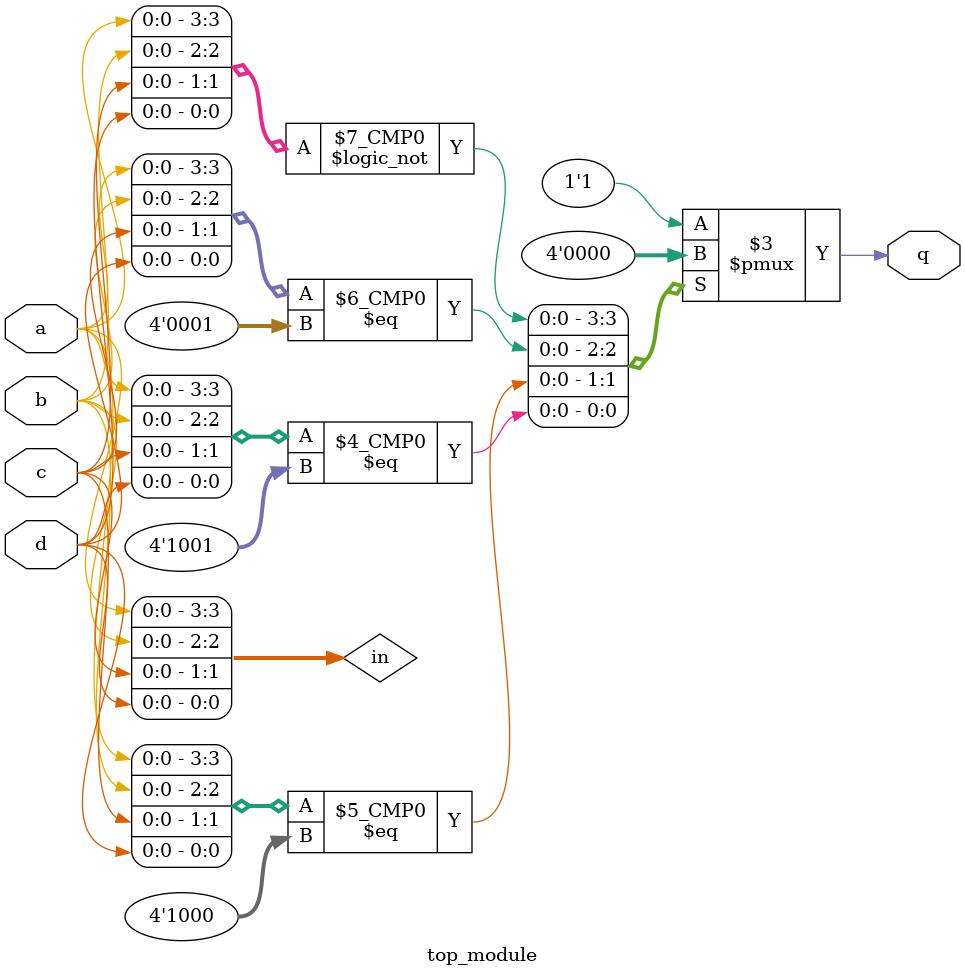
<source format=v>
module top_module (
    input a,
    input b,
    input c,
    input d,
    output q );

    /*
    From looking at the waveform, 'q=0' is way less than 'q=1'
    Thus we choose the case statement for 'q=0' as the output
    Then default will be all 1
    */

    wire [3:0]in;
    assign in = {a,b,c,d};

    always @(*) begin
        case(in)
            4'b0000: q = 0;
            4'b0001: q = 0;
            4'b1000: q = 0;
            4'b1001: q = 0;
            default: q = 1;
        endcase
    end 

endmodule

</source>
